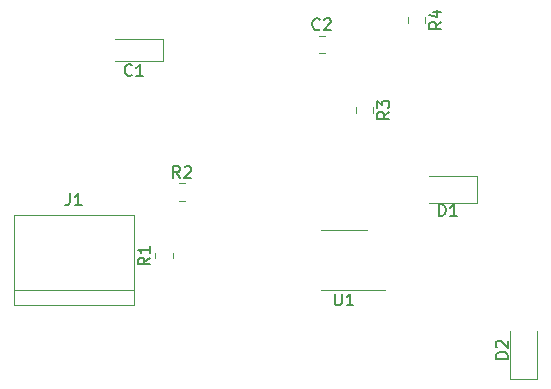
<source format=gbr>
%TF.GenerationSoftware,KiCad,Pcbnew,(6.0.10-0)*%
%TF.CreationDate,2023-02-17T12:04:27-08:00*%
%TF.ProjectId,lab6,6c616236-2e6b-4696-9361-645f70636258,rev?*%
%TF.SameCoordinates,Original*%
%TF.FileFunction,Legend,Top*%
%TF.FilePolarity,Positive*%
%FSLAX46Y46*%
G04 Gerber Fmt 4.6, Leading zero omitted, Abs format (unit mm)*
G04 Created by KiCad (PCBNEW (6.0.10-0)) date 2023-02-17 12:04:27*
%MOMM*%
%LPD*%
G01*
G04 APERTURE LIST*
%ADD10C,0.150000*%
%ADD11C,0.120000*%
G04 APERTURE END LIST*
D10*
%TO.C,U1*%
X166878095Y-81592380D02*
X166878095Y-82401904D01*
X166925714Y-82497142D01*
X166973333Y-82544761D01*
X167068571Y-82592380D01*
X167259047Y-82592380D01*
X167354285Y-82544761D01*
X167401904Y-82497142D01*
X167449523Y-82401904D01*
X167449523Y-81592380D01*
X168449523Y-82592380D02*
X167878095Y-82592380D01*
X168163809Y-82592380D02*
X168163809Y-81592380D01*
X168068571Y-81735238D01*
X167973333Y-81830476D01*
X167878095Y-81878095D01*
%TO.C,R2*%
X153773333Y-71797380D02*
X153440000Y-71321190D01*
X153201904Y-71797380D02*
X153201904Y-70797380D01*
X153582857Y-70797380D01*
X153678095Y-70845000D01*
X153725714Y-70892619D01*
X153773333Y-70987857D01*
X153773333Y-71130714D01*
X153725714Y-71225952D01*
X153678095Y-71273571D01*
X153582857Y-71321190D01*
X153201904Y-71321190D01*
X154154285Y-70892619D02*
X154201904Y-70845000D01*
X154297142Y-70797380D01*
X154535238Y-70797380D01*
X154630476Y-70845000D01*
X154678095Y-70892619D01*
X154725714Y-70987857D01*
X154725714Y-71083095D01*
X154678095Y-71225952D01*
X154106666Y-71797380D01*
X154725714Y-71797380D01*
%TO.C,D1*%
X175689404Y-75012380D02*
X175689404Y-74012380D01*
X175927500Y-74012380D01*
X176070357Y-74060000D01*
X176165595Y-74155238D01*
X176213214Y-74250476D01*
X176260833Y-74440952D01*
X176260833Y-74583809D01*
X176213214Y-74774285D01*
X176165595Y-74869523D01*
X176070357Y-74964761D01*
X175927500Y-75012380D01*
X175689404Y-75012380D01*
X177213214Y-75012380D02*
X176641785Y-75012380D01*
X176927500Y-75012380D02*
X176927500Y-74012380D01*
X176832261Y-74155238D01*
X176737023Y-74250476D01*
X176641785Y-74298095D01*
%TO.C,J1*%
X144446666Y-73112380D02*
X144446666Y-73826666D01*
X144399047Y-73969523D01*
X144303809Y-74064761D01*
X144160952Y-74112380D01*
X144065714Y-74112380D01*
X145446666Y-74112380D02*
X144875238Y-74112380D01*
X145160952Y-74112380D02*
X145160952Y-73112380D01*
X145065714Y-73255238D01*
X144970476Y-73350476D01*
X144875238Y-73398095D01*
%TO.C,C1*%
X149693333Y-63067142D02*
X149645714Y-63114761D01*
X149502857Y-63162380D01*
X149407619Y-63162380D01*
X149264761Y-63114761D01*
X149169523Y-63019523D01*
X149121904Y-62924285D01*
X149074285Y-62733809D01*
X149074285Y-62590952D01*
X149121904Y-62400476D01*
X149169523Y-62305238D01*
X149264761Y-62210000D01*
X149407619Y-62162380D01*
X149502857Y-62162380D01*
X149645714Y-62210000D01*
X149693333Y-62257619D01*
X150645714Y-63162380D02*
X150074285Y-63162380D01*
X150360000Y-63162380D02*
X150360000Y-62162380D01*
X150264761Y-62305238D01*
X150169523Y-62400476D01*
X150074285Y-62448095D01*
%TO.C,C2*%
X165595837Y-59192142D02*
X165548218Y-59239761D01*
X165405361Y-59287380D01*
X165310123Y-59287380D01*
X165167265Y-59239761D01*
X165072027Y-59144523D01*
X165024408Y-59049285D01*
X164976789Y-58858809D01*
X164976789Y-58715952D01*
X165024408Y-58525476D01*
X165072027Y-58430238D01*
X165167265Y-58335000D01*
X165310123Y-58287380D01*
X165405361Y-58287380D01*
X165548218Y-58335000D01*
X165595837Y-58382619D01*
X165976789Y-58382619D02*
X166024408Y-58335000D01*
X166119646Y-58287380D01*
X166357742Y-58287380D01*
X166452980Y-58335000D01*
X166500599Y-58382619D01*
X166548218Y-58477857D01*
X166548218Y-58573095D01*
X166500599Y-58715952D01*
X165929170Y-59287380D01*
X166548218Y-59287380D01*
%TO.C,R1*%
X151215316Y-78537538D02*
X150739126Y-78870872D01*
X151215316Y-79108967D02*
X150215316Y-79108967D01*
X150215316Y-78728014D01*
X150262936Y-78632776D01*
X150310555Y-78585157D01*
X150405793Y-78537538D01*
X150548650Y-78537538D01*
X150643888Y-78585157D01*
X150691507Y-78632776D01*
X150739126Y-78728014D01*
X150739126Y-79108967D01*
X151215316Y-77585157D02*
X151215316Y-78156586D01*
X151215316Y-77870872D02*
X150215316Y-77870872D01*
X150358174Y-77966110D01*
X150453412Y-78061348D01*
X150501031Y-78156586D01*
%TO.C,R3*%
X171477380Y-66206666D02*
X171001190Y-66540000D01*
X171477380Y-66778095D02*
X170477380Y-66778095D01*
X170477380Y-66397142D01*
X170525000Y-66301904D01*
X170572619Y-66254285D01*
X170667857Y-66206666D01*
X170810714Y-66206666D01*
X170905952Y-66254285D01*
X170953571Y-66301904D01*
X171001190Y-66397142D01*
X171001190Y-66778095D01*
X170477380Y-65873333D02*
X170477380Y-65254285D01*
X170858333Y-65587619D01*
X170858333Y-65444761D01*
X170905952Y-65349523D01*
X170953571Y-65301904D01*
X171048809Y-65254285D01*
X171286904Y-65254285D01*
X171382142Y-65301904D01*
X171429761Y-65349523D01*
X171477380Y-65444761D01*
X171477380Y-65730476D01*
X171429761Y-65825714D01*
X171382142Y-65873333D01*
%TO.C,D2*%
X181512380Y-87098095D02*
X180512380Y-87098095D01*
X180512380Y-86860000D01*
X180560000Y-86717142D01*
X180655238Y-86621904D01*
X180750476Y-86574285D01*
X180940952Y-86526666D01*
X181083809Y-86526666D01*
X181274285Y-86574285D01*
X181369523Y-86621904D01*
X181464761Y-86717142D01*
X181512380Y-86860000D01*
X181512380Y-87098095D01*
X180607619Y-86145714D02*
X180560000Y-86098095D01*
X180512380Y-86002857D01*
X180512380Y-85764761D01*
X180560000Y-85669523D01*
X180607619Y-85621904D01*
X180702857Y-85574285D01*
X180798095Y-85574285D01*
X180940952Y-85621904D01*
X181512380Y-86193333D01*
X181512380Y-85574285D01*
%TO.C,R4*%
X175882380Y-58586666D02*
X175406190Y-58920000D01*
X175882380Y-59158095D02*
X174882380Y-59158095D01*
X174882380Y-58777142D01*
X174930000Y-58681904D01*
X174977619Y-58634285D01*
X175072857Y-58586666D01*
X175215714Y-58586666D01*
X175310952Y-58634285D01*
X175358571Y-58681904D01*
X175406190Y-58777142D01*
X175406190Y-59158095D01*
X175215714Y-57729523D02*
X175882380Y-57729523D01*
X174834761Y-57967619D02*
X175549047Y-58205714D01*
X175549047Y-57586666D01*
D11*
%TO.C,U1*%
X167640000Y-81300000D02*
X165690000Y-81300000D01*
X167640000Y-81300000D02*
X171090000Y-81300000D01*
X167640000Y-76180000D02*
X169590000Y-76180000D01*
X167640000Y-76180000D02*
X165690000Y-76180000D01*
%TO.C,R2*%
X153712936Y-73730000D02*
X154167064Y-73730000D01*
X153712936Y-72260000D02*
X154167064Y-72260000D01*
%TO.C,D1*%
X174827500Y-73875000D02*
X178887500Y-73875000D01*
X178887500Y-73875000D02*
X178887500Y-71605000D01*
X178887500Y-71605000D02*
X174827500Y-71605000D01*
%TO.C,J1*%
X139700000Y-82550000D02*
X149860000Y-82550000D01*
X139700000Y-74930000D02*
X139700000Y-82550000D01*
X149860000Y-74930000D02*
X139700000Y-74930000D01*
X149860000Y-82550000D02*
X149860000Y-74930000D01*
X149860000Y-81280000D02*
X139700000Y-81280000D01*
%TO.C,C1*%
X148260000Y-61895000D02*
X152345000Y-61895000D01*
X152345000Y-60025000D02*
X148260000Y-60025000D01*
X152345000Y-61895000D02*
X152345000Y-60025000D01*
%TO.C,C2*%
X165501252Y-61250000D02*
X166023756Y-61250000D01*
X165501252Y-59780000D02*
X166023756Y-59780000D01*
%TO.C,R1*%
X153147936Y-78597936D02*
X153147936Y-78143808D01*
X151677936Y-78597936D02*
X151677936Y-78143808D01*
%TO.C,R3*%
X170110000Y-65812936D02*
X170110000Y-66267064D01*
X168640000Y-65812936D02*
X168640000Y-66267064D01*
%TO.C,D2*%
X181745000Y-88820000D02*
X184015000Y-88820000D01*
X184015000Y-88820000D02*
X184015000Y-84760000D01*
X181745000Y-84760000D02*
X181745000Y-88820000D01*
%TO.C,R4*%
X173045000Y-58192936D02*
X173045000Y-58647064D01*
X174515000Y-58192936D02*
X174515000Y-58647064D01*
%TD*%
M02*

</source>
